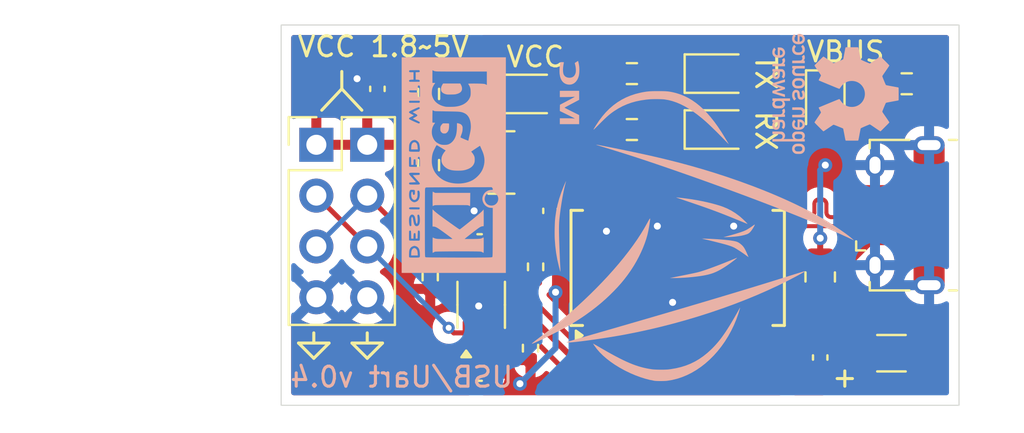
<source format=kicad_pcb>
(kicad_pcb (version 20241229) (generator "pcbnew") (generator_version "9.0")
  (title_block (title "usb uart 1V8") (date "2025-04-09") (rev "0.4") (company "Mastpristi Circuitry"))
  (layers (0 "F.Cu" signal) (2 "B.Cu" signal) (13 "F.Paste" user) (15 "B.Paste" user) (5 "F.SilkS" user "F.Silkscreen") (7 "B.SilkS" user "B.Silkscreen") (1 "F.Mask" user) (3 "B.Mask" user) (25 "Edge.Cuts" user))
  (net 0 "")
  (net 1 "GND")
  (net 2 "+3V3")
  (net 3 "VBUS")
  (net 4 "VCC_TTL")
  (net 5 "Net-(D1-K)")
  (net 6 "Net-(D2-K)")
  (net 7 "Net-(D3-K)")
  (net 8 "Net-(J1-VBUS)")
  (net 9 "/D+")
  (net 11 "/D-")
  (net 12 "/TX")
  (net 13 "/RX")
  (net 14 "/TXL")
  (net 15 "/RXL")
  (net 28 "Net-(D4-K)")
  (net 29 "Net-(Q1-C)")
  (net 30 "Net-(Q1-B)")
  (net 31 "/RX_3V3")
  (net 32 "/TX_3V3")
  (net 33 "Net-(U2-OE)")
  (footprint "Resistor_SMD:R_0402_1005Metric_Pad0.72x0.64mm_HandSolder" (layer "F.Cu") (at 140.303 132.588 90)
    (property "Reference" "R6")
    (property "Value" "10k")
    (pad "1" smd roundrect (at -0.5975 0 90) (size 0.715 0.64) (layers "F.Cu" "F.Mask" "F.Paste") (net 4 "VCC_TTL"))
    (pad "2" smd roundrect (at 0.5975 0 90) (size 0.715 0.64) (layers "F.Cu" "F.Mask" "F.Paste") (net 12 "/TX"))
  )
  (footprint "Package_TO_SOT_SMD:SOT-23" (layer "F.Cu") (at 143.855258 126.867742)
    (property "Reference" "Q1")
    (property "Value" "MMBT3904")
    (pad "1" smd roundrect (at -0.9375 -0.95) (size 1.475 0.6) (layers "F.Cu" "F.Mask" "F.Paste") (net 30 "Net-(Q1-B)"))
    (pad "2" smd roundrect (at -0.9375 0.95) (size 1.475 0.6) (layers "F.Cu" "F.Mask" "F.Paste") (net 1 "GND"))
    (pad "3" smd roundrect (at 0.9375 0) (size 1.475 0.6) (layers "F.Cu" "F.Mask" "F.Paste") (net 29 "Net-(Q1-C)"))
  )
  (footprint "Connector_USB:USB_Micro-B_Amphenol_10118194-0001LF_Horizontal" (layer "F.Cu") (at 163.9 129.5 90)
    (property "Reference" "J1")
    (property "Value" "USB_B_Micro")
    (pad "1" smd roundrect (at -1.3 -1.4 90) (size 0.4 1.35) (layers "F.Cu" "F.Mask" "F.Paste") (net 8 "Net-(J1-VBUS)"))
    (pad "2" smd roundrect (at -0.65 -1.4 90) (size 0.4 1.35) (layers "F.Cu" "F.Mask" "F.Paste") (net 11 "/D-"))
    (pad "3" smd roundrect (at 0 -1.4 90) (size 0.4 1.35) (layers "F.Cu" "F.Mask" "F.Paste") (net 9 "/D+"))
    (pad "4" smd roundrect (at 0.65 -1.4 90) (size 0.4 1.35) (layers "F.Cu" "F.Mask" "F.Paste"))
    (pad "5" smd roundrect (at 1.3 -1.4 90) (size 0.4 1.35) (layers "F.Cu" "F.Mask" "F.Paste") (net 1 "GND"))
    (pad "6" thru_hole oval (at -3.5 1.3 90) (size 0.89 1.55) (drill oval 0.5 1.15) (property pad_prop_heatsink) (layers "*.Cu" "*.Mask") (net 1 "GND"))
    (pad "6" smd roundrect (at -3.025 1.3 90) (size 1.45 1.55) (layers "F.Cu" "F.Mask" "F.Paste") (roundrect_rratio 0.1724137931) (net 1 "GND"))
    (pad "6" thru_hole oval (at -2.5 -1.4 90) (size 1.25 0.95) (drill oval 0.85 0.55) (property pad_prop_heatsink) (layers "*.Cu" "*.Mask") (net 1 "GND"))
    (pad "6" smd roundrect (at -1 1.3 90) (size 1.5 1.55) (layers "F.Cu" "F.Mask" "F.Paste") (roundrect_rratio 0.1666666667) (net 1 "GND"))
    (pad "6" smd roundrect (at 1 1.3 90) (size 1.5 1.55) (layers "F.Cu" "F.Mask" "F.Paste") (roundrect_rratio 0.1666666667) (net 1 "GND"))
    (pad "6" thru_hole oval (at 2.5 -1.4 90) (size 1.25 0.95) (drill oval 0.85 0.55) (property pad_prop_heatsink) (layers "*.Cu" "*.Mask") (net 1 "GND"))
    (pad "6" smd roundrect (at 3.025 1.3 90) (size 1.45 1.55) (layers "F.Cu" "F.Mask" "F.Paste") (roundrect_rratio 0.1724137931) (net 1 "GND"))
    (pad "6" thru_hole oval (at 3.5 1.3 90) (size 0.89 1.55) (drill oval 0.5 1.15) (property pad_prop_heatsink) (layers "*.Cu" "*.Mask") (net 1 "GND"))
  )
  (footprint "LED_SMD:LED_0805_2012Metric" (layer "F.Cu") (at 154.686 122.428)
    (property "Reference" "D2")
    (property "Value" "NCD0805R1")
    (pad "1" smd roundrect (at -0.9375 0) (size 0.975 1.4) (layers "F.Cu" "F.Mask" "F.Paste") (net 6 "Net-(D2-K)"))
    (pad "2" smd roundrect (at 0.9375 0) (size 0.975 1.4) (layers "F.Cu" "F.Mask" "F.Paste") (net 2 "+3V3"))
  )
  (footprint "Resistor_SMD:R_0603_1608Metric_Pad0.98x0.95mm_HandSolder" (layer "F.Cu") (at 164.084 122.936)
    (property "Reference" "R1")
    (property "Value" "1k5")
    (pad "1" smd roundrect (at -0.9125 0) (size 0.975 0.95) (layers "F.Cu" "F.Mask" "F.Paste") (net 5 "Net-(D1-K)"))
    (pad "2" smd roundrect (at 0.9125 0) (size 0.975 0.95) (layers "F.Cu" "F.Mask" "F.Paste") (net 1 "GND"))
  )
  (footprint "Resistor_SMD:R_0603_1608Metric_Pad0.98x0.95mm_HandSolder" (layer "F.Cu") (at 140.221258 123.444 -90)
    (property "Reference" "R7")
    (property "Value" "470")
    (pad "1" smd roundrect (at -0.9125 0 270) (size 0.975 0.95) (layers "F.Cu" "F.Mask" "F.Paste") (net 28 "Net-(D4-K)"))
    (pad "2" smd roundrect (at 0.9125 0 270) (size 0.975 0.95) (layers "F.Cu" "F.Mask" "F.Paste") (net 29 "Net-(Q1-C)"))
  )
  (footprint "Capacitor_SMD:C_0402_1005Metric" (layer "F.Cu") (at 142.769 130.812258)
    (property "Reference" "C5")
    (property "Value" "100nF")
    (pad "1" smd roundrect (at -0.48 0) (size 0.56 0.62) (layers "F.Cu" "F.Mask" "F.Paste") (net 4 "VCC_TTL"))
    (pad "2" smd roundrect (at 0.48 0) (size 0.56 0.62) (layers "F.Cu" "F.Mask" "F.Paste") (net 1 "GND"))
  )
  (footprint "LED_SMD:LED_0805_2012Metric" (layer "F.Cu") (at 145.125258 123.444)
    (property "Reference" "D4")
    (property "Value" "NCD0805R1")
    (pad "1" smd roundrect (at -0.9375 0) (size 0.975 1.4) (layers "F.Cu" "F.Mask" "F.Paste") (net 28 "Net-(D4-K)"))
    (pad "2" smd roundrect (at 0.9375 0) (size 0.975 1.4) (layers "F.Cu" "F.Mask" "F.Paste") (net 2 "+3V3"))
  )
  (footprint "Resistor_SMD:R_0603_1608Metric_Pad0.98x0.95mm_HandSolder" (layer "F.Cu") (at 140.221258 127 -90)
    (property "Reference" "R8")
    (property "Value" "47k")
    (pad "1" smd roundrect (at -0.9125 0 270) (size 0.975 0.95) (layers "F.Cu" "F.Mask" "F.Paste") (net 30 "Net-(Q1-B)"))
    (pad "2" smd roundrect (at 0.9125 0 270) (size 0.975 0.95) (layers "F.Cu" "F.Mask" "F.Paste") (net 4 "VCC_TTL"))
  )
  (footprint "Capacitor_SMD:C_1206_3216Metric" (layer "F.Cu") (at 163.322 136.398)
    (property "Reference" "C2")
    (property "Value" "10uF")
    (pad "1" smd roundrect (at -1.475 0) (size 1.15 1.8) (layers "F.Cu" "F.Mask" "F.Paste") (roundrect_rratio 0.217391) (net 3 "VBUS"))
    (pad "2" smd roundrect (at 1.475 0) (size 1.15 1.8) (layers "F.Cu" "F.Mask" "F.Paste") (roundrect_rratio 0.217391) (net 1 "GND"))
  )
  (footprint "Capacitor_SMD:C_0402_1005Metric" (layer "F.Cu") (at 142.769 137.416258 180)
    (property "Reference" "C4")
    (property "Value" "100nF")
    (pad "1" smd roundrect (at -0.48 0 180) (size 0.56 0.62) (layers "F.Cu" "F.Mask" "F.Paste") (net 2 "+3V3"))
    (pad "2" smd roundrect (at 0.48 0 180) (size 0.56 0.62) (layers "F.Cu" "F.Mask" "F.Paste") (net 1 "GND"))
  )
  (footprint "Capacitor_SMD:C_0402_1005Metric" (layer "F.Cu") (at 159.766 136.612 -90)
    (property "Reference" "C1")
    (property "Value" "100nF")
    (pad "1" smd roundrect (at -0.48 0 270) (size 0.56 0.62) (layers "F.Cu" "F.Mask" "F.Paste") (net 3 "VBUS"))
    (pad "2" smd roundrect (at 0.48 0 270) (size 0.56 0.62) (layers "F.Cu" "F.Mask" "F.Paste") (net 1 "GND"))
  )
  (footprint "Resistor_SMD:R_0603_1608Metric_Pad0.98x0.95mm_HandSolder" (layer "F.Cu") (at 150.368 122.428 180)
    (property "Reference" "R2")
    (property "Value" "270")
    (pad "1" smd roundrect (at -0.9125 0 180) (size 0.975 0.95) (layers "F.Cu" "F.Mask" "F.Paste") (net 6 "Net-(D2-K)"))
    (pad "2" smd roundrect (at 0.9125 0 180) (size 0.975 0.95) (layers "F.Cu" "F.Mask" "F.Paste") (net 14 "/TXL"))
  )
  (footprint "Capacitor_SMD:C_0402_1005Metric" (layer "F.Cu") (at 146.304 129.286 -90)
    (property "Reference" "C3")
    (property "Value" "100nF")
    (pad "1" smd roundrect (at -0.48 0 270) (size 0.56 0.62) (layers "F.Cu" "F.Mask" "F.Paste") (net 2 "+3V3"))
    (pad "2" smd roundrect (at 0.48 0 270) (size 0.56 0.62) (layers "F.Cu" "F.Mask" "F.Paste") (net 1 "GND"))
  )
  (footprint "Resistor_SMD:R_0603_1608Metric_Pad0.98x0.95mm_HandSolder" (layer "F.Cu") (at 150.368 125.222 180)
    (property "Reference" "R3")
    (property "Value" "270")
    (pad "1" smd roundrect (at -0.9125 0 180) (size 0.975 0.95) (layers "F.Cu" "F.Mask" "F.Paste") (net 7 "Net-(D3-K)"))
    (pad "2" smd roundrect (at 0.9125 0 180) (size 0.975 0.95) (layers "F.Cu" "F.Mask" "F.Paste") (net 15 "/RXL"))
  )
  (footprint "LED_SMD:LED_0805_2012Metric" (layer "F.Cu") (at 154.686 125.222)
    (property "Reference" "D3")
    (property "Value" "NCD0805R1")
    (pad "1" smd roundrect (at -0.9375 0) (size 0.975 1.4) (layers "F.Cu" "F.Mask" "F.Paste") (net 7 "Net-(D3-K)"))
    (pad "2" smd roundrect (at 0.9375 0) (size 0.975 1.4) (layers "F.Cu" "F.Mask" "F.Paste") (net 2 "+3V3"))
  )
  (footprint "Resistor_SMD:R_0402_1005Metric_Pad0.72x0.64mm_HandSolder" (layer "F.Cu") (at 145.309 136.146258 90)
    (property "Reference" "R4")
    (property "Value" "10k")
    (pad "1" smd roundrect (at -0.5975 0 90) (size 0.715 0.64) (layers "F.Cu" "F.Mask" "F.Paste") (net 2 "+3V3"))
    (pad "2" smd roundrect (at 0.5975 0 90) (size 0.715 0.64) (layers "F.Cu" "F.Mask" "F.Paste") (net 31 "/RX_3V3"))
  )
  (footprint "Capacitor_SMD:C_0402_1005Metric" (layer "F.Cu") (at 137.668 123.19 90)
    (property "Reference" "C6")
    (property "Value" "100nF")
    (pad "1" smd roundrect (at -0.48 0 90) (size 0.56 0.62) (layers "F.Cu" "F.Mask" "F.Paste") (net 4 "VCC_TTL"))
    (pad "2" smd roundrect (at 0.48 0 90) (size 0.56 0.62) (layers "F.Cu" "F.Mask" "F.Paste") (net 1 "GND"))
  )
  (footprint "Connector_PinHeader_2.54mm:PinHeader_2x04_P2.54mm_Vertical" (layer "F.Cu") (at 134.62 125.984)
    (property "Reference" "J2")
    (property "Value" "Conn_02x04_Odd_Even")
    (pad "1" thru_hole rect (at 0 0) (size 1.7 1.7) (drill 1) (layers "*.Cu" "*.Mask") (net 4 "VCC_TTL"))
    (pad "2" thru_hole rect (at 2.54 0) (size 1.7 1.7) (drill 1) (layers "*.Cu" "*.Mask") (net 4 "VCC_TTL"))
    (pad "3" thru_hole circle (at 0 2.54) (size 1.7 1.7) (drill 1) (layers "*.Cu" "*.Mask") (net 13 "/RX"))
    (pad "4" thru_hole circle (at 2.54 2.54) (size 1.7 1.7) (drill 1) (layers "*.Cu" "*.Mask") (net 12 "/TX"))
    (pad "5" thru_hole circle (at 0 5.08) (size 1.7 1.7) (drill 1) (layers "*.Cu" "*.Mask") (net 12 "/TX"))
    (pad "6" thru_hole circle (at 2.54 5.08) (size 1.7 1.7) (drill 1) (layers "*.Cu" "*.Mask") (net 13 "/RX"))
    (pad "7" thru_hole circle (at 0 7.62) (size 1.7 1.7) (drill 1) (layers "*.Cu" "*.Mask") (net 1 "GND"))
    (pad "8" thru_hole circle (at 2.54 7.62) (size 1.7 1.7) (drill 1) (layers "*.Cu" "*.Mask") (net 1 "GND"))
  )
  (footprint "Resistor_SMD:R_0402_1005Metric_Pad0.72x0.64mm_HandSolder" (layer "F.Cu") (at 145.563 132.082258 -90)
    (property "Reference" "R5")
    (property "Value" "10k")
    (pad "1" smd roundrect (at -0.5975 0 270) (size 0.715 0.64) (layers "F.Cu" "F.Mask" "F.Paste") (net 2 "+3V3"))
    (pad "2" smd roundrect (at 0.5975 0 270) (size 0.715 0.64) (layers "F.Cu" "F.Mask" "F.Paste") (net 33 "Net-(U2-OE)"))
  )
  (footprint "Package_SO:VSSOP-8_2.3x2mm_P0.5mm" (layer "F.Cu") (at 142.847 133.982 90)
    (property "Reference" "U2")
    (property "Value" "TXU0202DCU")
    (pad "1" smd roundrect (at -1.4 -0.75 90) (size 1.25 0.35) (layers "F.Cu" "F.Mask" "F.Paste") (net 13 "/RX"))
    (pad "2" smd roundrect (at -1.4 -0.25 90) (size 1.25 0.35) (layers "F.Cu" "F.Mask" "F.Paste") (net 1 "GND"))
    (pad "3" smd roundrect (at -1.4 0.25 90) (size 1.25 0.35) (layers "F.Cu" "F.Mask" "F.Paste") (net 2 "+3V3"))
    (pad "4" smd roundrect (at -1.4 0.75 90) (size 1.25 0.35) (layers "F.Cu" "F.Mask" "F.Paste") (net 31 "/RX_3V3"))
    (pad "5" smd roundrect (at 1.4 0.75 90) (size 1.25 0.35) (layers "F.Cu" "F.Mask" "F.Paste") (net 32 "/TX_3V3"))
    (pad "6" smd roundrect (at 1.4 0.25 90) (size 1.25 0.35) (layers "F.Cu" "F.Mask" "F.Paste") (net 33 "Net-(U2-OE)"))
    (pad "7" smd roundrect (at 1.4 -0.25 90) (size 1.25 0.35) (layers "F.Cu" "F.Mask" "F.Paste") (net 4 "VCC_TTL"))
    (pad "8" smd roundrect (at 1.4 -0.75 90) (size 1.25 0.35) (layers "F.Cu" "F.Mask" "F.Paste") (net 12 "/TX"))
  )
  (footprint "Package_SO:SSOP-28_5.3x10.2mm_P0.65mm" (layer "F.Cu") (at 152.654 132.135742 90)
    (property "Reference" "U1")
    (property "Value" "FT232RNL")
    (pad "1" smd rect (at -3.6 -4.225 90) (size 1.75 0.45) (layers "F.Cu" "F.Mask" "F.Paste") (net 32 "/TX_3V3"))
    (pad "2" smd rect (at -3.6 -3.575 90) (size 1.75 0.45) (layers "F.Cu" "F.Mask" "F.Paste"))
    (pad "3" smd rect (at -3.6 -2.925 90) (size 1.75 0.45) (layers "F.Cu" "F.Mask" "F.Paste"))
    (pad "4" smd rect (at -3.6 -2.275 90) (size 1.75 0.45) (layers "F.Cu" "F.Mask" "F.Paste") (net 2 "+3V3"))
    (pad "5" smd rect (at -3.6 -1.625 90) (size 1.75 0.45) (layers "F.Cu" "F.Mask" "F.Paste") (net 31 "/RX_3V3"))
    (pad "6" smd rect (at -3.6 -0.975 90) (size 1.75 0.45) (layers "F.Cu" "F.Mask" "F.Paste"))
    (pad "7" smd rect (at -3.6 -0.325 90) (size 1.75 0.45) (layers "F.Cu" "F.Mask" "F.Paste") (net 1 "GND"))
    (pad "8" smd rect (at -3.6 0.325 90) (size 1.75 0.45) (layers "F.Cu" "F.Mask" "F.Paste"))
    (pad "9" smd rect (at -3.6 0.975 90) (size 1.75 0.45) (layers "F.Cu" "F.Mask" "F.Paste"))
    (pad "10" smd rect (at -3.6 1.625 90) (size 1.75 0.45) (layers "F.Cu" "F.Mask" "F.Paste"))
    (pad "11" smd rect (at -3.6 2.275 90) (size 1.75 0.45) (layers "F.Cu" "F.Mask" "F.Paste"))
    (pad "12" smd rect (at -3.6 2.925 90) (size 1.75 0.45) (layers "F.Cu" "F.Mask" "F.Paste"))
    (pad "13" smd rect (at -3.6 3.575 90) (size 1.75 0.45) (layers "F.Cu" "F.Mask" "F.Paste"))
    (pad "14" smd rect (at -3.6 4.225 90) (size 1.75 0.45) (layers "F.Cu" "F.Mask" "F.Paste"))
    (pad "15" smd rect (at 3.6 4.225 90) (size 1.75 0.45) (layers "F.Cu" "F.Mask" "F.Paste") (net 9 "/D+"))
    (pad "16" smd rect (at 3.6 3.575 90) (size 1.75 0.45) (layers "F.Cu" "F.Mask" "F.Paste") (net 11 "/D-"))
    (pad "17" smd rect (at 3.6 2.925 90) (size 1.75 0.45) (layers "F.Cu" "F.Mask" "F.Paste") (net 2 "+3V3"))
    (pad "18" smd rect (at 3.6 2.275 90) (size 1.75 0.45) (layers "F.Cu" "F.Mask" "F.Paste") (net 1 "GND"))
    (pad "19" smd rect (at 3.6 1.625 90) (size 1.75 0.45) (layers "F.Cu" "F.Mask" "F.Paste"))
    (pad "20" smd rect (at 3.6 0.975 90) (size 1.75 0.45) (layers "F.Cu" "F.Mask" "F.Paste") (net 3 "VBUS"))
    (pad "21" smd rect (at 3.6 0.325 90) (size 1.75 0.45) (layers "F.Cu" "F.Mask" "F.Paste") (net 1 "GND"))
    (pad "22" smd rect (at 3.6 -0.325 90) (size 1.75 0.45) (layers "F.Cu" "F.Mask" "F.Paste") (net 15 "/RXL"))
    (pad "23" smd rect (at 3.6 -0.975 90) (size 1.75 0.45) (layers "F.Cu" "F.Mask" "F.Paste") (net 14 "/TXL"))
    (pad "24" smd rect (at 3.6 -1.625 90) (size 1.75 0.45) (layers "F.Cu" "F.Mask" "F.Paste"))
    (pad "25" smd rect (at 3.6 -2.275 90) (size 1.75 0.45) (layers "F.Cu" "F.Mask" "F.Paste") (net 1 "GND"))
    (pad "26" smd rect (at 3.6 -2.925 90) (size 1.75 0.45) (layers "F.Cu" "F.Mask" "F.Paste") (net 1 "GND"))
    (pad "27" smd rect (at 3.6 -3.575 90) (size 1.75 0.45) (layers "F.Cu" "F.Mask" "F.Paste"))
    (pad "28" smd rect (at 3.6 -4.225 90) (size 1.75 0.45) (layers "F.Cu" "F.Mask" "F.Paste"))
  )
  (footprint "LED_SMD:LED_0805_2012Metric" (layer "F.Cu") (at 160.02 123.952 -90)
    (property "Reference" "D1")
    (property "Value" "NCD0805R1")
    (pad "1" smd roundrect (at -0.9375 0 270) (size 0.975 1.4) (layers "F.Cu" "F.Mask" "F.Paste") (net 5 "Net-(D1-K)"))
    (pad "2" smd roundrect (at 0.9375 0 270) (size 0.975 1.4) (layers "F.Cu" "F.Mask" "F.Paste") (net 3 "VBUS"))
  )
  (footprint "Resistor_SMD:R_0805_2012Metric" (layer "F.Cu") (at 159.766 132.588 90)
    (property "Reference" "FB1")
    (property "Value" "GZ2012D601TF")
    (pad "1" smd roundrect (at -0.9125 0 90) (size 1.025 1.4) (layers "F.Cu" "F.Mask" "F.Paste") (roundrect_rratio 0.243902) (net 8 "Net-(J1-VBUS)"))
    (pad "2" smd roundrect (at 0.9125 0 90) (size 1.025 1.4) (layers "F.Cu" "F.Mask" "F.Paste") (roundrect_rratio 0.243902) (net 3 "VBUS"))
  )
  (footprint "usb_uart_1V8:open_hw" (layer "B.Cu") (at 160.528 123.444 90)
    (property "Reference" "G***" (hide yes))
    (property "Value" "LOGO" (hide yes))
  )
  (footprint "usb_uart_1V8:delta_MC" (layer "B.Cu") (at 153.416 129.794 90)
    (property "Reference" "G***" (hide yes))
    (property "Value" "LOGO" (hide yes))
  )
  (footprint "usb_uart_1V8:kicad_nagative" (layer "B.Cu") (at 141.478 127 90)
    (property "Reference" "G***" (hide yes))
    (property "Value" "LOGO" (hide yes))
  )
  (gr_line (start 137.16 136.652) (end 137.922 135.89) (stroke (width 0.153)) (layer "F.SilkS"))
  (gr_line (start 135.89 123.19) (end 136.89 124.256121) (stroke (width 0.153)) (layer "F.SilkS"))
  (gr_line (start 134.493 136.652) (end 135.255 135.89) (stroke (width 0.153)) (layer "F.SilkS"))
  (gr_line (start 134.493 135.89) (end 133.731 135.89) (stroke (width 0.153)) (layer "F.SilkS"))
  (gr_line (start 135.89 123.19) (end 134.89 124.256121) (stroke (width 0.153)) (layer "F.SilkS"))
  (gr_line (start 133.731 135.89) (end 134.493 136.652) (stroke (width 0.153)) (layer "F.SilkS"))
  (gr_line (start 135.255 135.89) (end 134.493 135.89) (stroke (width 0.153)) (layer "F.SilkS"))
  (gr_line (start 137.16 135.382) (end 137.16 135.89) (stroke (width 0.153)) (layer "F.SilkS"))
  (gr_line (start 137.922 135.89) (end 137.16 135.89) (stroke (width 0.153)) (layer "F.SilkS"))
  (gr_line (start 137.16 135.89) (end 136.398 135.89) (stroke (width 0.153)) (layer "F.SilkS"))
  (gr_line (start 134.493 135.382) (end 134.493 135.89) (stroke (width 0.153)) (layer "F.SilkS"))
  (gr_line (start 135.89 123.19) (end 135.89 122.322242) (stroke (width 0.153)) (layer "F.SilkS"))
  (gr_line (start 136.398 135.89) (end 137.16 136.652) (stroke (width 0.153)) (layer "F.SilkS"))
  (gr_rect (start 132.864 120) (end 166.694 139) (stroke (width 0.05)) (fill no) (layer "Edge.Cuts"))
  (gr_text "VCC 1.8~5V" (at 133.604 121.666 0) (layer "F.SilkS") (effects (font (size 1 1) (thickness 0.153)) (justify left bottom)))
  (gr_text "TX" (at 156.464 121.412 270) (layer "F.SilkS") (effects (font (size 1 1)) (justify left bottom)))
  (gr_text "RX" (at 156.464 124.206 270) (layer "F.SilkS") (effects (font (size 1 1)) (justify left bottom)))
  (gr_text "+" (at 160.274 138.176 0) (layer "F.SilkS") (effects (font (size 1 1) (thickness 0.153)) (justify left bottom)))
  (gr_text "VBUS" (at 159.004 121.92 0) (layer "F.SilkS") (effects (font (size 1 1) (thickness 0.153)) (justify left bottom)))
  (gr_text "VCC" (at 144.018 122.174 0) (layer "F.SilkS") (effects (font (size 1 1)) (justify left bottom)))
  (gr_text "USB/Uart v${REVISION}" (at 144.526 138.176 0) (layer "B.SilkS") (effects (font (size 1 1) (thickness 0.153)) (justify left bottom mirror)))
  (segment (start 142.597 137.108258) (end 142.597 135.382) (width 0.3) (layer "F.Cu") (net 1))
  (segment (start 165.2 135.536) (end 165.2 133) (width 0.3) (layer "F.Cu") (net 1))
  (segment (start 151.638 130.048) (end 150.114 130.048) (width 0.3) (layer "F.Cu") (net 1))
  (segment (start 143.093258 127.993242) (end 142.917758 127.817742) (width 0.3) (layer "F.Cu") (net 1))
  (segment (start 142.722506 134.039161) (end 142.722506 134.310494) (width 0.3) (layer "F.Cu") (net 1))
  (segment (start 142.597 134.436) (end 142.597 135.382) (width 0.3) (layer "F.Cu") (net 1))
  (segment (start 149.86 130.302) (end 149.098 130.302) (width 0.3) (layer "F.Cu") (net 1))
  (segment (start 163.322 137.873) (end 164.797 136.398) (width 0.3) (layer "F.Cu") (net 1))
  (segment (start 154.929 129.529) (end 155.448 130.048) (width 0.3) (layer "F.Cu") (net 1))
  (segment (start 164.797 136.398) (end 164.797 135.939) (width 0.3) (layer "F.Cu") (net 1))
  (segment (start 150.379 128.535742) (end 150.379 129.783) (width 0.3) (layer "F.Cu") (net 1))
  (segment (start 165.2 132.525) (end 165.2 130.5) (width 0.3) (layer "F.Cu") (net 1))
  (segment (start 165.2 128.5) (end 165.2 126.475) (width 0.3) (layer "F.Cu") (net 1))
  (segment (start 152.979 128.535742) (end 152.979 129.710742) (width 0.3) (layer "F.Cu") (net 1))
  (segment (start 149.098 130.302) (end 149.729 129.671) (width 0.3) (layer "F.Cu") (net 1))
  (segment (start 143.167258 128.067242) (end 142.917758 127.817742) (width 0.3) (layer "F.Cu") (net 1))
  (segment (start 152.329 135.735742) (end 152.4 135.664742) (width 0.3) (layer "F.Cu") (net 1))
  (segment (start 165.2 123.1395) (end 164.9965 122.936) (width 0.3) (layer "F.Cu") (net 1))
  (segment (start 150.379 129.783) (end 150.114 130.048) (width 0.3) (layer "F.Cu") (net 1))
  (segment (start 150.114 130.048) (end 149.86 130.302) (width 0.3) (layer "F.Cu") (net 1))
  (segment (start 154.929 128.535742) (end 154.929 129.529) (width 0.3) (layer "F.Cu") (net 1))
  (segment (start 142.289 137.416258) (end 142.597 137.108258) (width 0.3) (layer "F.Cu") (net 1))
  (segment (start 159.766 137.092) (end 159.766 137.16) (width 0.3) (layer "F.Cu") (net 1))
  (segment (start 149.729 129.671) (end 149.729 128.535742) (width 0.3) (layer "F.Cu") (net 1))
  (segment (start 164.797 135.939) (end 165.2 135.536) (width 0.3) (layer "F.Cu") (net 1))
  (segment (start 162.5 128.2) (end 162.5 127) (width 0.3) (layer "F.Cu") (net 1))
  (segment (start 163.322 137.922) (end 163.322 137.873) (width 0.3) (layer "F.Cu") (net 1))
  (segment (start 152.979 129.710742) (end 152.641742 130.048) (width 0.3) (layer "F.Cu") (net 1))
  (segment (start 142.722506 134.310494) (end 142.597 134.436) (width 0.3) (layer "F.Cu") (net 1))
  (segment (start 143.249 130.041) (end 142.494 129.286) (width 0.3) (layer "F.Cu") (net 1))
  (segment (start 136.68 122.71) (end 136.652 122.682) (width 0.3) (layer "F.Cu") (net 1))
  (segment (start 148.872 130.528) (end 147.038 130.528) (width 0.3) (layer "F.Cu") (net 1))
  (segment (start 147.038 130.528) (end 146.304 129.794) (width 0.3) (layer "F.Cu") (net 1))
  (segment (start 152.4 135.664742) (end 152.4 133.858) (width 0.3) (layer "F.Cu") (net 1))
  (segment (start 152.641742 130.048) (end 151.638 130.048) (width 0.3) (layer "F.Cu") (net 1))
  (segment (start 159.766 137.16) (end 160.528 137.922) (width 0.3) (layer "F.Cu") (net 1))
  (segment (start 137.668 122.71) (end 136.68 122.71) (width 0.3) (layer "F.Cu") (net 1))
  (segment (start 143.249 130.812258) (end 143.249 130.041) (width 0.3) (layer "F.Cu") (net 1))
  (segment (start 146.304 129.794) (end 146.304 129.766) (width 0.3) (layer "F.Cu") (net 1))
  (segment (start 149.098 130.302) (end 148.872 130.528) (width 0.3) (layer "F.Cu") (net 1))
  (segment (start 142.494 129.286) (end 142.494 127.993242) (width 0.3) (layer "F.Cu") (net 1))
  (segment (start 160.528 137.922) (end 163.322 137.922) (width 0.3) (layer "F.Cu") (net 1))
  (segment (start 165.2 126) (end 165.2 123.1395) (width 0.3) (layer "F.Cu") (net 1))
  (via (at 152.4 133.858) (size 0.7) (drill 0.35) (layers "F.Cu" "B.Cu") (net 1))
  (via (at 142.494 129.286) (size 0.7) (drill 0.35) (layers "F.Cu" "B.Cu") (net 1))
  (via (at 136.652 122.682) (size 0.7) (drill 0.35) (layers "F.Cu" "B.Cu") (net 1))
  (via (at 151.638 130.048) (size 0.7) (drill 0.35) (layers "F.Cu" "B.Cu") (net 1))
  (via (at 155.448 130.048) (size 0.7) (drill 0.35) (layers "F.Cu" "B.Cu") (net 1))
  (via (at 149.098 130.302) (size 0.7) (drill 0.35) (layers "F.Cu" "B.Cu") (net 1))
  (via (at 142.722506 134.039161) (size 0.7) (drill 0.35) (layers "F.Cu" "B.Cu") (net 1))
  (segment (start 150.379 136.787742) (end 150.108342 137.0584) (width 0.3) (layer "F.Cu") (net 2))
  (segment (start 147.832528 137.0584) (end 145.140128 134.366) (width 0.3) (layer "F.Cu") (net 2))
  (segment (start 150.379 135.735742) (end 150.379 134.123) (width 0.3) (layer "F.Cu") (net 2))
  (segment (start 143.097 135.382) (end 143.097 136.574) (width 0.3) (layer "F.Cu") (net 2))
  (segment (start 143.097 134.705152) (end 143.097 135.382) (width 0.3) (layer "F.Cu") (net 2))
  (segment (start 150.379 135.735742) (end 150.379 136.787742) (width 0.3) (layer "F.Cu") (net 2))
  (segment (start 145.140128 134.366) (end 143.436152 134.366) (width 0.3) (layer "F.Cu") (net 2))
  (segment (start 143.097 136.574) (end 143.175 136.652) (width 0.3) (layer "F.Cu") (net 2))
  (segment (start 155.579 128.535742) (end 155.579 127.131) (width 0.3) (layer "F.Cu") (net 2))
  (segment (start 143.436152 134.366) (end 143.097 134.705152) (width 0.3) (layer "F.Cu") (net 2))
  (segment (start 150.379 134.123) (end 150.368 134.112) (width 0.3) (layer "F.Cu") (net 2))
  (segment (start 150.108342 137.0584) (end 147.832528 137.0584) (width 0.3) (layer "F.Cu") (net 2))
  (via (at 146.558 133.35) (size 0.7) (drill 0.35) (layers "F.Cu" "B.Cu") (net 2))
  (via (at 144.78 137.922) (size 0.7) (drill 0.35) (layers "F.Cu" "B.Cu") (net 2))
  (segment (start 146.558 136.144) (end 144.78 137.922) (width 0.3) (layer "B.Cu") (net 2))
  (segment (start 146.558 133.35) (end 146.558 136.144) (width 0.3) (layer "B.Cu") (net 2))
  (segment (start 159.766 131.6755) (end 155.593758 131.6755) (width 0.3) (layer "F.Cu") (net 3))
  (segment (start 155.593758 131.6755) (end 153.629 129.710742) (width 0.3) (layer "F.Cu") (net 3))
  (segment (start 153.629 129.710742) (end 153.629 128.535742) (width 0.3) (layer "F.Cu") (net 3))
  (segment (start 159.766 131.6755) (end 158.496 132.9455) (width 0.3) (layer "F.Cu") (net 3))
  (segment (start 158.496 132.9455) (end 158.496 134.366) (width 0.3) (layer "F.Cu") (net 3))
  (segment (start 159.766 131.6755) (end 159.766 130.65) (width 0.3) (layer "F.Cu") (net 3))
  (via (at 160.02 127) (size 0.7) (drill 0.35) (layers "F.Cu" "B.Cu") (net 3))
  (via (at 159.766 130.65) (size 0.7) (drill 0.35) (layers "F.Cu" "B.Cu") (net 3))
  (segment (start 159.766 127.254) (end 160.02 127) (width 0.3) (layer "B.Cu") (net 3))
  (segment (start 159.766 130.65) (end 159.766 127.254) (width 0.3) (layer "B.Cu") (net 3))
  (segment (start 142.597 132.582) (end 142.597 133.258848) (width 0.3) (layer "F.Cu") (net 4))
  (segment (start 140.6255 133.508) (end 140.303 133.1855) (width 0.3) (layer "F.Cu") (net 4))
  (segment (start 142.597 132.582) (end 142.597 131.120258) (width 0.3) (layer "F.Cu") (net 4))
  (segment (start 142.289 130.812258) (end 142.242258 130.812258) (width 0.3) (layer "F.Cu") (net 4))
  (segment (start 142.347848 133.508) (end 140.6255 133.508) (width 0.3) (layer "F.Cu") (net 4))
  (segment (start 142.597 133.258848) (end 142.347848 133.508) (width 0.3) (layer "F.Cu") (net 4))
  (segment (start 142.597 131.120258) (end 142.289 130.812258) (width 0.3) (layer "F.Cu") (net 4))
  (segment (start 160.02 123.0145) (end 163.093 123.0145) (width 0.25) (layer "F.Cu") (net 5))
  (segment (start 163.093 123.0145) (end 163.1715 122.936) (width 0.25) (layer "F.Cu") (net 5))
  (segment (start 151.2805 122.428) (end 153.7485 122.428) (width 0.25) (layer "F.Cu") (net 6))
  (segment (start 151.2805 125.222) (end 153.7485 125.222) (width 0.25) (layer "F.Cu") (net 7))
  (segment (start 159.766 133.35) (end 162.316 130.8) (width 0.3) (layer "F.Cu") (net 8))
  (segment (start 162.316 130.8) (end 162.5 130.8) (width 0.3) (layer "F.Cu") (net 8))
  (segment (start 159.766 133.5005) (end 159.766 133.35) (width 0.3) (layer "F.Cu") (net 8))
  (segment (start 159.835546 128.70569) (end 159.715546 128.70569) (width 0.2) (layer "F.Cu") (net 9))
  (segment (start 161.387499 129.6) (end 161.487499 129.5) (width 0.2) (layer "F.Cu") (net 9))
  (segment (start 159.115546 129.6) (end 158.728793 129.6) (width 0.2) (layer "F.Cu") (net 9))
  (segment (start 160.778053 129.6) (end 161.190751 129.6) (width 0.2) (layer "F.Cu") (net 9))
  (segment (start 158.728793 129.6) (end 157.929655 129.6) (width 0.2) (layer "F.Cu") (net 9))
  (segment (start 157.929655 129.6) (end 156.879 128.549345) (width 0.2) (layer "F.Cu") (net 9))
  (segment (start 159.475546 128.94569) (end 159.475546 129.36) (width 0.2) (layer "F.Cu") (net 9))
  (segment (start 161.487499 129.5) (end 162.5 129.5) (width 0.2) (layer "F.Cu") (net 9))
  (segment (start 161.190751 129.6) (end 161.387499 129.6) (width 0.2) (layer "F.Cu") (net 9))
  (segment (start 160.075546 129.36) (end 160.075546 128.94569) (width 0.2) (layer "F.Cu") (net 9))
  (segment (start 159.235546 129.6) (end 159.115546 129.6) (width 0.2) (layer "F.Cu") (net 9))
  (segment (start 160.778053 129.6) (end 160.315546 129.6) (width 0.2) (layer "F.Cu") (net 9))
  (segment (start 156.879 128.549345) (end 156.879 128.535742) (width 0.2) (layer "F.Cu") (net 9))
  (arc (start 159.475546 129.36) (mid 159.405252 129.529706) (end 159.235546 129.6) (width 0.2) (layer "F.Cu") (net 9))
  (arc (start 160.075546 128.94569) (mid 160.005252 128.775984) (end 159.835546 128.70569) (width 0.2) (layer "F.Cu") (net 9))
  (arc (start 159.715546 128.70569) (mid 159.54584 128.775984) (end 159.475546 128.94569) (width 0.2) (layer "F.Cu") (net 9))
  (arc (start 160.315546 129.6) (mid 160.14584 129.529706) (end 160.075546 129.36) (width 0.2) (layer "F.Cu") (net 9))
  (segment (start 156.403 129.733) (end 156.403 128.709742) (width 0.2) (layer "F.Cu") (net 11))
  (segment (start 156.403 128.709742) (end 156.229 128.535742) (width 0.2) (layer "F.Cu") (net 11))
  (segment (start 161.487499 130.15) (end 161.387499 130.05) (width 0.2) (layer "F.Cu") (net 11))
  (segment (start 156.72 130.05) (end 156.403 129.733) (width 0.2) (layer "F.Cu") (net 11))
  (segment (start 162.5 130.15) (end 161.487499 130.15) (width 0.2) (layer "F.Cu") (net 11))
  (segment (start 161.387499 130.05) (end 156.72 130.05) (width 0.2) (layer "F.Cu") (net 11))
  (segment (start 140.8945 132.582) (end 140.303 131.9905) (width 0.25) (layer "F.Cu") (net 12))
  (segment (start 140.303 131.667) (end 137.16 128.524) (width 0.25) (layer "F.Cu") (net 12))
  (segment (start 140.303 131.9905) (end 140.303 131.667) (width 0.25) (layer "F.Cu") (net 12))
  (segment (start 142.097 132.582) (end 140.8945 132.582) (width 0.25) (layer "F.Cu") (net 12))
  (segment (start 137.16 128.524) (end 134.62 131.064) (width 0.25) (layer "B.Cu") (net 12))
  (segment (start 142.097 135.382) (end 141.478 135.382) (width 0.25) (layer "F.Cu") (net 13))
  (segment (start 141.478 135.382) (end 141.224 135.128) (width 0.25) (layer "F.Cu") (net 13))
  (segment (start 137.16 131.064) (end 134.62 128.524) (width 0.25) (layer "F.Cu") (net 13))
  (via (at 141.224 135.128) (size 0.6) (drill 0.3) (layers "F.Cu" "B.Cu") (net 13))
  (segment (start 141.224 135.128) (end 137.16 131.064) (width 0.25) (layer "B.Cu") (net 13))
  (segment (start 151.679 128.535742) (end 151.679 127.410742) (width 0.25) (layer "F.Cu") (net 14))
  (segment (start 148.844 126.492) (end 147.828 125.476) (width 0.25) (layer "F.Cu") (net 14))
  (segment (start 147.828 124.0555) (end 149.4555 122.428) (width 0.25) (layer "F.Cu") (net 14))
  (segment (start 150.760258 126.492) (end 148.844 126.492) (width 0.25) (layer "F.Cu") (net 14))
  (segment (start 151.679 127.410742) (end 150.760258 126.492) (width 0.25) (layer "F.Cu") (net 14))
  (segment (start 147.828 125.476) (end 147.828 124.0555) (width 0.25) (layer "F.Cu") (net 14))
  (segment (start 152.329 127.410742) (end 150.902258 125.984) (width 0.25) (layer "F.Cu") (net 15))
  (segment (start 152.329 128.535742) (end 152.329 127.410742) (width 0.25) (layer "F.Cu") (net 15))
  (segment (start 150.902258 125.984) (end 150.2175 125.984) (width 0.25) (layer "F.Cu") (net 15))
  (segment (start 150.2175 125.984) (end 149.4555 125.222) (width 0.25) (layer "F.Cu") (net 15))
  (segment (start 140.221258 122.5315) (end 143.275258 122.5315) (width 0.25) (layer "F.Cu") (net 28))
  (segment (start 143.275258 122.5315) (end 144.187758 123.444) (width 0.25) (layer "F.Cu") (net 28))
  (segment (start 144.792758 126.867742) (end 144.792758 125.9055) (width 0.25) (layer "F.Cu") (net 29))
  (segment (start 144.792758 125.9055) (end 143.243758 124.3565) (width 0.25) (layer "F.Cu") (net 29))
  (segment (start 143.243758 124.3565) (end 140.221258 124.3565) (width 0.25) (layer "F.Cu") (net 29))
  (segment (start 142.748 126.0875) (end 142.917758 125.917742) (width 0.25) (layer "F.Cu") (net 30))
  (segment (start 140.221258 126.0875) (end 142.748 126.0875) (width 0.25) (layer "F.Cu") (net 30))
  (segment (start 150.272542 137.6172) (end 147.377442 137.6172) (width 0.25) (layer "F.Cu") (net 31))
  (segment (start 151.029 135.735742) (end 151.029 136.860742) (width 0.25) (layer "F.Cu") (net 31))
  (segment (start 151.029 136.860742) (end 150.272542 137.6172) (width 0.25) (layer "F.Cu") (net 31))
  (segment (start 145.142242 135.382) (end 145.309 135.548758) (width 0.25) (layer "F.Cu") (net 31))
  (segment (start 147.377442 137.6172) (end 145.309 135.548758) (width 0.25) (layer "F.Cu") (net 31))
  (segment (start 143.597 135.382) (end 145.142242 135.382) (width 0.25) (layer "F.Cu") (net 31))
  (segment (start 144.266 132.582) (end 143.597 132.582) (width 0.25) (layer "F.Cu") (net 32))
  (segment (start 148.429 135.735742) (end 147.419742 135.735742) (width 0.25) (layer "F.Cu") (net 32))
  (segment (start 147.419742 135.735742) (end 144.266 132.582) (width 0.25) (layer "F.Cu") (net 32))
  (segment (start 145.563 132.679758) (end 144.564242 131.681) (width 0.25) (layer "F.Cu") (net 33))
  (segment (start 144.564242 131.681) (end 143.32 131.681) (width 0.25) (layer "F.Cu") (net 33))
  (segment (start 143.097 131.904) (end 143.097 132.582) (width 0.25) (layer "F.Cu") (net 33))
  (segment (start 143.32 131.681) (end 143.097 131.904) (width 0.25) (layer "F.Cu") (net 33))
  (zone (net 2) (net_name "+3V3") (layer "F.Cu") (priority 2) (connect_pads (clearance 0.5)) (min_thickness 0.25) (fill yes (thermal_gap 0.5) (thermal_bridge_width 0.5))
    (polygon (pts (xy 142.84 118.75) (xy 142.84 140.25) (xy 156.256 140.25) (xy 157.856 140.25) (xy 157.856 118.75)))
  )
  (zone (net 4) (net_name "VCC_TTL") (layer "F.Cu") (priority 1) (connect_pads (clearance 0.5)) (min_thickness 0.25) (fill yes (thermal_gap 0.5) (thermal_bridge_width 0.5))
    (polygon (pts (xy 123.24 118.907) (xy 142.454 118.907) (xy 142.454 140.407) (xy 123.24 140.407)))
  )
  (zone (net 3) (net_name "VBUS") (layer "F.Cu") (priority 3) (connect_pads (clearance 0.5)) (min_thickness 0.25) (fill yes (thermal_gap 0.5) (thermal_bridge_width 0.5))
    (polygon (pts (xy 158.38 118.841) (xy 166.832 118.841) (xy 166.832 140.341) (xy 158.38 140.341)))
  )
  (zone (net 1) (net_name "GND") (layer "B.Cu") (connect_pads (clearance 0.5)) (min_thickness 0.25) (fill yes (thermal_gap 0.5) (thermal_bridge_width 0.5))
    (polygon (pts (xy 166.832 118.841) (xy 118.832 118.841) (xy 118.832 140.341) (xy 166.832 140.341)))
  )
)
</source>
